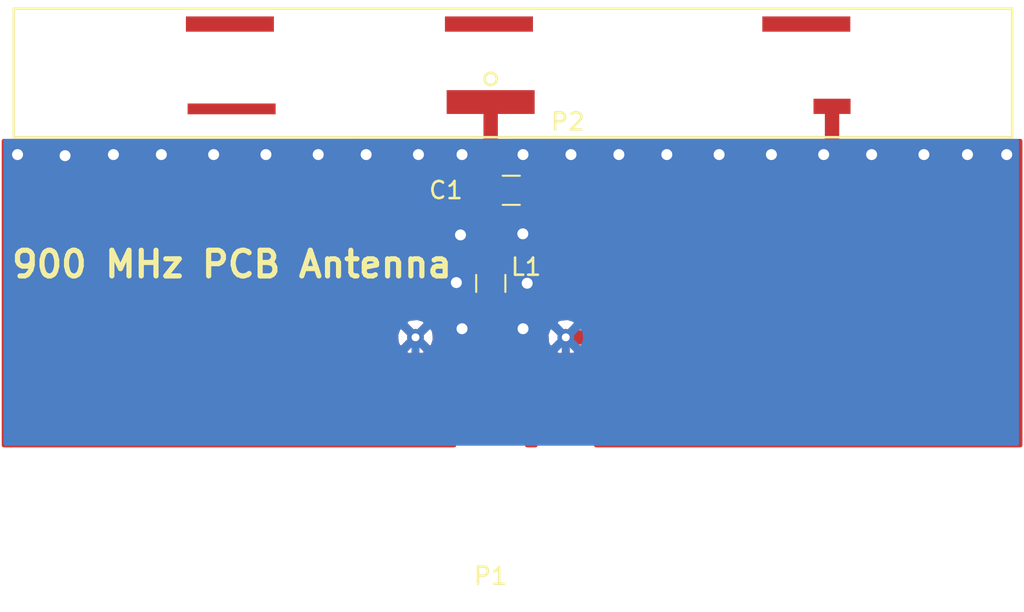
<source format=kicad_pcb>
(kicad_pcb (version 4) (host pcbnew 4.0.5)

  (general
    (links 41)
    (no_connects 1)
    (area 77.287524 96.899999 161.726476 132.815001)
    (thickness 1.6)
    (drawings 9)
    (tracks 10)
    (zones 0)
    (modules 31)
    (nets 4)
  )

  (page A4)
  (layers
    (0 F.Cu signal)
    (31 B.Cu signal)
    (32 B.Adhes user)
    (33 F.Adhes user)
    (34 B.Paste user)
    (35 F.Paste user)
    (36 B.SilkS user)
    (37 F.SilkS user)
    (38 B.Mask user)
    (39 F.Mask user)
    (40 Dwgs.User user)
    (41 Cmts.User user)
    (42 Eco1.User user)
    (43 Eco2.User user)
    (44 Edge.Cuts user)
    (45 Margin user)
    (46 B.CrtYd user)
    (47 F.CrtYd user)
    (48 B.Fab user)
    (49 F.Fab user)
  )

  (setup
    (last_trace_width 0.838)
    (trace_clearance 0.2)
    (zone_clearance 0.508)
    (zone_45_only no)
    (trace_min 0.2)
    (segment_width 0.2)
    (edge_width 0.15)
    (via_size 0.6)
    (via_drill 0.4)
    (via_min_size 0.4)
    (via_min_drill 0.3)
    (uvia_size 0.3)
    (uvia_drill 0.1)
    (uvias_allowed no)
    (uvia_min_size 0.2)
    (uvia_min_drill 0.1)
    (pcb_text_width 0.3)
    (pcb_text_size 1.5 1.5)
    (mod_edge_width 0.15)
    (mod_text_size 1 1)
    (mod_text_width 0.15)
    (pad_size 1 1)
    (pad_drill 0.64)
    (pad_to_mask_clearance 0.2)
    (aux_axis_origin 89.5 123)
    (visible_elements 7FFFFF7F)
    (pcbplotparams
      (layerselection 0x020f0_80000001)
      (usegerberextensions false)
      (excludeedgelayer true)
      (linewidth 0.100000)
      (plotframeref false)
      (viasonmask false)
      (mode 1)
      (useauxorigin true)
      (hpglpennumber 1)
      (hpglpenspeed 20)
      (hpglpendiameter 15)
      (hpglpenoverlay 2)
      (psnegative false)
      (psa4output false)
      (plotreference true)
      (plotvalue true)
      (plotinvisibletext false)
      (padsonsilk false)
      (subtractmaskfromsilk false)
      (outputformat 1)
      (mirror false)
      (drillshape 0)
      (scaleselection 1)
      (outputdirectory "C:/Users/clchrist/Documents/915 PCB Antenna/915 PCB Antenna 01/Gerber/"))
  )

  (net 0 "")
  (net 1 GND)
  (net 2 "Net-(C1-Pad1)")
  (net 3 "Net-(L1-Pad2)")

  (net_class Default "This is the default net class."
    (clearance 0.2)
    (trace_width 0.838)
    (via_dia 0.6)
    (via_drill 0.4)
    (uvia_dia 0.3)
    (uvia_drill 0.1)
    (add_net GND)
    (add_net "Net-(C1-Pad1)")
    (add_net "Net-(L1-Pad2)")
  )

  (module Misc:Via_Stitch_Dia1.00mm_Drill0.64mm (layer F.Cu) (tedit 590F9EEF) (tstamp 590FA070)
    (at 93.4466 105.9815)
    (fp_text reference REF** (at 0 0.889) (layer F.SilkS) hide
      (effects (font (size 1 1) (thickness 0.15)))
    )
    (fp_text value Via_Stitch_Dia1.00mm_Drill0.64mm (at 0 -0.889) (layer F.Fab) hide
      (effects (font (size 1 1) (thickness 0.15)))
    )
    (pad 1 thru_hole circle (at -0.254 0) (size 1 1) (drill 0.64) (layers *.Cu)
      (net 1 GND) (zone_connect 2))
  )

  (module Misc:Via_Stitch_Dia1.00mm_Drill0.64mm (layer F.Cu) (tedit 590FA0A8) (tstamp 590F982F)
    (at 120.1547 110.0074)
    (fp_text reference REF** (at 0 0.889) (layer F.SilkS) hide
      (effects (font (size 1 1) (thickness 0.15)))
    )
    (fp_text value Via_Stitch_Dia1.00mm_Drill0.64mm (at 0 -0.889) (layer F.Fab) hide
      (effects (font (size 1 1) (thickness 0.15)))
    )
    (pad 1 thru_hole circle (at -0.2794 0.5334) (size 1 1) (drill 0.64) (layers *.Cu)
      (net 1 GND) (zone_connect 2))
  )

  (module Misc:Via_Stitch_Dia1.00mm_Drill0.64mm (layer F.Cu) (tedit 590FA10F) (tstamp 590F982B)
    (at 120.1928 113.3475)
    (fp_text reference REF** (at 0 0.889) (layer F.SilkS) hide
      (effects (font (size 1 1) (thickness 0.15)))
    )
    (fp_text value Via_Stitch_Dia1.00mm_Drill0.64mm (at 0 -0.889) (layer F.Fab) hide
      (effects (font (size 1 1) (thickness 0.15)))
    )
    (pad 1 thru_hole circle (at -0.0635 0.0762) (size 1 1) (drill 0.64) (layers *.Cu)
      (net 1 GND) (zone_connect 2))
  )

  (module Misc:Via_Stitch_Dia1.00mm_Drill0.64mm (layer F.Cu) (tedit 590F9F96) (tstamp 590F9827)
    (at 120.142 116.078)
    (fp_text reference REF** (at 0 0.889) (layer F.SilkS) hide
      (effects (font (size 1 1) (thickness 0.15)))
    )
    (fp_text value Via_Stitch_Dia1.00mm_Drill0.64mm (at 0 -0.889) (layer F.Fab) hide
      (effects (font (size 1 1) (thickness 0.15)))
    )
    (pad 1 thru_hole circle (at -0.254 0) (size 1 1) (drill 0.64) (layers *.Cu)
      (net 1 GND) (zone_connect 2))
  )

  (module Misc:Via_Stitch_Dia1.00mm_Drill0.64mm (layer F.Cu) (tedit 590F9FD7) (tstamp 590F9746)
    (at 148.336 105.918)
    (fp_text reference REF** (at 0 0.889) (layer F.SilkS) hide
      (effects (font (size 1 1) (thickness 0.15)))
    )
    (fp_text value Via_Stitch_Dia1.00mm_Drill0.64mm (at 0 -0.889) (layer F.Fab) hide
      (effects (font (size 1 1) (thickness 0.15)))
    )
    (pad 1 thru_hole circle (at -0.254 0) (size 1 1) (drill 0.64) (layers *.Cu)
      (net 1 GND) (zone_connect 2))
  )

  (module Misc:Via_Stitch_Dia1.00mm_Drill0.64mm (layer F.Cu) (tedit 590F9FA8) (tstamp 590F9741)
    (at 120.142 105.918)
    (fp_text reference REF** (at 0 0.889) (layer F.SilkS) hide
      (effects (font (size 1 1) (thickness 0.15)))
    )
    (fp_text value Via_Stitch_Dia1.00mm_Drill0.64mm (at 0 -0.889) (layer F.Fab) hide
      (effects (font (size 1 1) (thickness 0.15)))
    )
    (pad 1 thru_hole circle (at -0.254 0) (size 1 1) (drill 0.64) (layers *.Cu)
      (net 1 GND) (zone_connect 2))
  )

  (module Misc:Via_Stitch_Dia1.00mm_Drill0.64mm (layer F.Cu) (tedit 590F9FAD) (tstamp 590F973D)
    (at 122.936 105.918)
    (fp_text reference REF** (at 0 0.889) (layer F.SilkS) hide
      (effects (font (size 1 1) (thickness 0.15)))
    )
    (fp_text value Via_Stitch_Dia1.00mm_Drill0.64mm (at 0 -0.889) (layer F.Fab) hide
      (effects (font (size 1 1) (thickness 0.15)))
    )
    (pad 1 thru_hole circle (at -0.254 0) (size 1 1) (drill 0.64) (layers *.Cu)
      (net 1 GND) (zone_connect 2))
  )

  (module Misc:Via_Stitch_Dia1.00mm_Drill0.64mm (layer F.Cu) (tedit 590F9FB8) (tstamp 590F9739)
    (at 128.524 105.918)
    (fp_text reference REF** (at 0 0.889) (layer F.SilkS) hide
      (effects (font (size 1 1) (thickness 0.15)))
    )
    (fp_text value Via_Stitch_Dia1.00mm_Drill0.64mm (at 0 -0.889) (layer F.Fab) hide
      (effects (font (size 1 1) (thickness 0.15)))
    )
    (pad 1 thru_hole circle (at -0.254 0) (size 1 1) (drill 0.64) (layers *.Cu)
      (net 1 GND) (zone_connect 2))
  )

  (module Misc:Via_Stitch_Dia1.00mm_Drill0.64mm (layer F.Cu) (tedit 590F9FB1) (tstamp 590F9735)
    (at 125.73 105.918)
    (fp_text reference REF** (at 0 0.889) (layer F.SilkS) hide
      (effects (font (size 1 1) (thickness 0.15)))
    )
    (fp_text value Via_Stitch_Dia1.00mm_Drill0.64mm (at 0 -0.889) (layer F.Fab) hide
      (effects (font (size 1 1) (thickness 0.15)))
    )
    (pad 1 thru_hole circle (at -0.254 0) (size 1 1) (drill 0.64) (layers *.Cu)
      (net 1 GND) (zone_connect 2))
  )

  (module Misc:Via_Stitch_Dia1.00mm_Drill0.64mm (layer F.Cu) (tedit 590F9FC5) (tstamp 590F9731)
    (at 137.668 105.918)
    (fp_text reference REF** (at 0 0.889) (layer F.SilkS) hide
      (effects (font (size 1 1) (thickness 0.15)))
    )
    (fp_text value Via_Stitch_Dia1.00mm_Drill0.64mm (at 0 -0.889) (layer F.Fab) hide
      (effects (font (size 1 1) (thickness 0.15)))
    )
    (pad 1 thru_hole circle (at -0.254 0) (size 1 1) (drill 0.64) (layers *.Cu)
      (net 1 GND) (zone_connect 2))
  )

  (module Misc:Via_Stitch_Dia1.00mm_Drill0.64mm (layer F.Cu) (tedit 590F9FC0) (tstamp 590F972D)
    (at 134.62 105.918)
    (fp_text reference REF** (at 0 0.889) (layer F.SilkS) hide
      (effects (font (size 1 1) (thickness 0.15)))
    )
    (fp_text value Via_Stitch_Dia1.00mm_Drill0.64mm (at 0 -0.889) (layer F.Fab) hide
      (effects (font (size 1 1) (thickness 0.15)))
    )
    (pad 1 thru_hole circle (at -0.254 0) (size 1 1) (drill 0.64) (layers *.Cu)
      (net 1 GND) (zone_connect 2))
  )

  (module Misc:Via_Stitch_Dia1.00mm_Drill0.64mm (layer F.Cu) (tedit 590F9FBC) (tstamp 590F9729)
    (at 131.572 105.918)
    (fp_text reference REF** (at 0 0.889) (layer F.SilkS) hide
      (effects (font (size 1 1) (thickness 0.15)))
    )
    (fp_text value Via_Stitch_Dia1.00mm_Drill0.64mm (at 0 -0.889) (layer F.Fab) hide
      (effects (font (size 1 1) (thickness 0.15)))
    )
    (pad 1 thru_hole circle (at -0.254 0) (size 1 1) (drill 0.64) (layers *.Cu)
      (net 1 GND) (zone_connect 2))
  )

  (module Misc:Via_Stitch_Dia1.00mm_Drill0.64mm (layer F.Cu) (tedit 590F9FC9) (tstamp 590F9725)
    (at 140.462 105.918)
    (fp_text reference REF** (at 0 0.889) (layer F.SilkS) hide
      (effects (font (size 1 1) (thickness 0.15)))
    )
    (fp_text value Via_Stitch_Dia1.00mm_Drill0.64mm (at 0 -0.889) (layer F.Fab) hide
      (effects (font (size 1 1) (thickness 0.15)))
    )
    (pad 1 thru_hole circle (at -0.254 0) (size 1 1) (drill 0.64) (layers *.Cu)
      (net 1 GND) (zone_connect 2))
  )

  (module Misc:Via_Stitch_Dia1.00mm_Drill0.64mm (layer F.Cu) (tedit 590F9FD0) (tstamp 590F9721)
    (at 146.05 105.918)
    (fp_text reference REF** (at 0 0.889) (layer F.SilkS) hide
      (effects (font (size 1 1) (thickness 0.15)))
    )
    (fp_text value Via_Stitch_Dia1.00mm_Drill0.64mm (at 0 -0.889) (layer F.Fab) hide
      (effects (font (size 1 1) (thickness 0.15)))
    )
    (pad 1 thru_hole circle (at -0.254 0) (size 1 1) (drill 0.64) (layers *.Cu)
      (net 1 GND) (zone_connect 2))
  )

  (module Misc:Via_Stitch_Dia1.00mm_Drill0.64mm (layer F.Cu) (tedit 590F9FCC) (tstamp 590F971D)
    (at 143.51 105.918)
    (fp_text reference REF** (at 0 0.889) (layer F.SilkS) hide
      (effects (font (size 1 1) (thickness 0.15)))
    )
    (fp_text value Via_Stitch_Dia1.00mm_Drill0.64mm (at 0 -0.889) (layer F.Fab) hide
      (effects (font (size 1 1) (thickness 0.15)))
    )
    (pad 1 thru_hole circle (at -0.254 0) (size 1 1) (drill 0.64) (layers *.Cu)
      (net 1 GND) (zone_connect 2))
  )

  (module Misc:Via_Stitch_Dia1.00mm_Drill0.64mm (layer F.Cu) (tedit 590F9F66) (tstamp 590F9640)
    (at 114.046 105.918)
    (fp_text reference REF** (at 0 0.889) (layer F.SilkS) hide
      (effects (font (size 1 1) (thickness 0.15)))
    )
    (fp_text value Via_Stitch_Dia1.00mm_Drill0.64mm (at 0 -0.889) (layer F.Fab) hide
      (effects (font (size 1 1) (thickness 0.15)))
    )
    (pad 1 thru_hole circle (at -0.254 0) (size 1 1) (drill 0.64) (layers *.Cu)
      (net 1 GND) (zone_connect 2))
  )

  (module Misc:Via_Stitch_Dia1.00mm_Drill0.64mm (layer F.Cu) (tedit 590F9F8D) (tstamp 590F940C)
    (at 116.586 116.078)
    (fp_text reference REF** (at 0 0.889) (layer F.SilkS) hide
      (effects (font (size 1 1) (thickness 0.15)))
    )
    (fp_text value Via_Stitch_Dia1.00mm_Drill0.64mm (at 0 -0.889) (layer F.Fab) hide
      (effects (font (size 1 1) (thickness 0.15)))
    )
    (pad 1 thru_hole circle (at -0.254 0) (size 1 1) (drill 0.64) (layers *.Cu)
      (net 1 GND) (zone_connect 2))
  )

  (module Misc:Via_Stitch_Dia1.00mm_Drill0.64mm (layer F.Cu) (tedit 590F9F80) (tstamp 590F93FF)
    (at 116.2558 113.3856)
    (fp_text reference REF** (at 0 0.889) (layer F.SilkS) hide
      (effects (font (size 1 1) (thickness 0.15)))
    )
    (fp_text value Via_Stitch_Dia1.00mm_Drill0.64mm (at 0 -0.889) (layer F.Fab) hide
      (effects (font (size 1 1) (thickness 0.15)))
    )
    (pad 1 thru_hole circle (at -0.254 0) (size 1 1) (drill 0.64) (layers *.Cu)
      (net 1 GND) (zone_connect 2))
  )

  (module Misc:Via_Stitch_Dia1.00mm_Drill0.64mm (layer F.Cu) (tedit 590F9F79) (tstamp 590F93F5)
    (at 116.4971 110.6043)
    (fp_text reference REF** (at 0 0.889) (layer F.SilkS) hide
      (effects (font (size 1 1) (thickness 0.15)))
    )
    (fp_text value Via_Stitch_Dia1.00mm_Drill0.64mm (at 0 -0.889) (layer F.Fab) hide
      (effects (font (size 1 1) (thickness 0.15)))
    )
    (pad 1 thru_hole circle (at -0.254 0) (size 1 1) (drill 0.64) (layers *.Cu)
      (net 1 GND) (zone_connect 2))
  )

  (module Misc:Via_Stitch_Dia1.00mm_Drill0.64mm (layer F.Cu) (tedit 590F9F6D) (tstamp 590F93E4)
    (at 116.586 105.918)
    (fp_text reference REF** (at 0 0.889) (layer F.SilkS) hide
      (effects (font (size 1 1) (thickness 0.15)))
    )
    (fp_text value Via_Stitch_Dia1.00mm_Drill0.64mm (at 0 -0.889) (layer F.Fab) hide
      (effects (font (size 1 1) (thickness 0.15)))
    )
    (pad 1 thru_hole circle (at -0.254 0) (size 1 1) (drill 0.64) (layers *.Cu)
      (net 1 GND) (zone_connect 2))
  )

  (module Misc:Via_Stitch_Dia1.00mm_Drill0.64mm (layer F.Cu) (tedit 590F9F60) (tstamp 590F93E0)
    (at 110.998 105.918)
    (fp_text reference REF** (at 0 0.889) (layer F.SilkS) hide
      (effects (font (size 1 1) (thickness 0.15)))
    )
    (fp_text value Via_Stitch_Dia1.00mm_Drill0.64mm (at 0 -0.889) (layer F.Fab) hide
      (effects (font (size 1 1) (thickness 0.15)))
    )
    (pad 1 thru_hole circle (at -0.254 0) (size 1 1) (drill 0.64) (layers *.Cu)
      (net 1 GND) (zone_connect 2))
  )

  (module Misc:Via_Stitch_Dia1.00mm_Drill0.64mm (layer F.Cu) (tedit 590F9F4A) (tstamp 590F93D8)
    (at 102.108 105.918)
    (fp_text reference REF** (at 0 0.889) (layer F.SilkS) hide
      (effects (font (size 1 1) (thickness 0.15)))
    )
    (fp_text value Via_Stitch_Dia1.00mm_Drill0.64mm (at 0 -0.889) (layer F.Fab) hide
      (effects (font (size 1 1) (thickness 0.15)))
    )
    (pad 1 thru_hole circle (at -0.254 0) (size 1 1) (drill 0.64) (layers *.Cu)
      (net 1 GND) (zone_connect 2))
  )

  (module Misc:Via_Stitch_Dia1.00mm_Drill0.64mm (layer F.Cu) (tedit 590F9F52) (tstamp 590F93D4)
    (at 105.156 105.918)
    (fp_text reference REF** (at 0 0.889) (layer F.SilkS) hide
      (effects (font (size 1 1) (thickness 0.15)))
    )
    (fp_text value Via_Stitch_Dia1.00mm_Drill0.64mm (at 0 -0.889) (layer F.Fab) hide
      (effects (font (size 1 1) (thickness 0.15)))
    )
    (pad 1 thru_hole circle (at -0.254 0) (size 1 1) (drill 0.64) (layers *.Cu)
      (net 1 GND) (zone_connect 2))
  )

  (module Misc:Via_Stitch_Dia1.00mm_Drill0.64mm (layer F.Cu) (tedit 590F9F59) (tstamp 590F93CC)
    (at 108.204 105.918)
    (fp_text reference REF** (at 0 0.889) (layer F.SilkS) hide
      (effects (font (size 1 1) (thickness 0.15)))
    )
    (fp_text value Via_Stitch_Dia1.00mm_Drill0.64mm (at 0 -0.889) (layer F.Fab) hide
      (effects (font (size 1 1) (thickness 0.15)))
    )
    (pad 1 thru_hole circle (at -0.254 0) (size 1 1) (drill 0.64) (layers *.Cu)
      (net 1 GND) (zone_connect 2))
  )

  (module Misc:Via_Stitch_Dia1.00mm_Drill0.64mm (layer F.Cu) (tedit 590F9F3E) (tstamp 590F93C0)
    (at 96.266 105.918)
    (fp_text reference REF** (at 0 0.889) (layer F.SilkS) hide
      (effects (font (size 1 1) (thickness 0.15)))
    )
    (fp_text value Via_Stitch_Dia1.00mm_Drill0.64mm (at 0 -0.889) (layer F.Fab) hide
      (effects (font (size 1 1) (thickness 0.15)))
    )
    (pad 1 thru_hole circle (at -0.254 0) (size 1 1) (drill 0.64) (layers *.Cu)
      (net 1 GND) (zone_connect 2))
  )

  (module Misc:Via_Stitch_Dia1.00mm_Drill0.64mm (layer F.Cu) (tedit 590F9F44) (tstamp 590F93BC)
    (at 99.06 105.918)
    (fp_text reference REF** (at 0 0.889) (layer F.SilkS) hide
      (effects (font (size 1 1) (thickness 0.15)))
    )
    (fp_text value Via_Stitch_Dia1.00mm_Drill0.64mm (at 0 -0.889) (layer F.Fab) hide
      (effects (font (size 1 1) (thickness 0.15)))
    )
    (pad 1 thru_hole circle (at -0.254 0) (size 1 1) (drill 0.64) (layers *.Cu)
      (net 1 GND) (zone_connect 2))
  )

  (module Connectors_Molex:Molex_SMA_Jack_Edge_Mount (layer F.Cu) (tedit 590F9E32) (tstamp 58C1AD9D)
    (at 118 118.3 90)
    (descr "Molex SMA Jack, Edge Mount, http://www.molex.com/pdm_docs/sd/732511150_sd.pdf")
    (tags "sma edge")
    (path /58C174BE)
    (attr smd)
    (fp_text reference P1 (at -12.2 0 180) (layer F.SilkS)
      (effects (font (size 1 1) (thickness 0.15)))
    )
    (fp_text value CONN_01X02 (at -9.7 0 180) (layer F.Fab) hide
      (effects (font (size 1 1) (thickness 0.15)))
    )
    (fp_line (start -4.76 -0.38) (end 0.49 -0.38) (layer F.Fab) (width 0.1))
    (fp_line (start -4.76 0.38) (end 0.49 0.38) (layer F.Fab) (width 0.1))
    (fp_line (start 0.49 -0.38) (end 0.49 0.38) (layer F.Fab) (width 0.1))
    (fp_line (start 0.49 3.75) (end 0.49 4.76) (layer F.Fab) (width 0.1))
    (fp_line (start 0.49 -4.76) (end 0.49 -3.75) (layer F.Fab) (width 0.1))
    (fp_line (start -14.29 -6.09) (end -14.29 6.09) (layer F.CrtYd) (width 0.05))
    (fp_line (start -14.29 6.09) (end 2.71 6.09) (layer F.CrtYd) (width 0.05))
    (fp_line (start 2.71 -6.09) (end 2.71 6.09) (layer B.CrtYd) (width 0.05))
    (fp_line (start -14.29 -6.09) (end 2.71 -6.09) (layer B.CrtYd) (width 0.05))
    (fp_line (start -14.29 -6.09) (end -14.29 6.09) (layer B.CrtYd) (width 0.05))
    (fp_line (start -14.29 6.09) (end 2.71 6.09) (layer B.CrtYd) (width 0.05))
    (fp_line (start 2.71 -6.09) (end 2.71 6.09) (layer F.CrtYd) (width 0.05))
    (fp_line (start 2.71 -6.09) (end -14.29 -6.09) (layer F.CrtYd) (width 0.05))
    (fp_line (start -4.76 -3.75) (end 0.49 -3.75) (layer F.Fab) (width 0.1))
    (fp_line (start -4.76 3.75) (end 0.49 3.75) (layer F.Fab) (width 0.1))
    (fp_line (start -13.79 -2.65) (end -5.91 -2.65) (layer F.Fab) (width 0.1))
    (fp_line (start -13.79 -2.65) (end -13.79 2.65) (layer F.Fab) (width 0.1))
    (fp_line (start -13.79 2.65) (end -5.91 2.65) (layer F.Fab) (width 0.1))
    (fp_line (start -4.76 -3.75) (end -4.76 3.75) (layer F.Fab) (width 0.1))
    (fp_line (start 0.49 -4.76) (end -5.91 -4.76) (layer F.Fab) (width 0.1))
    (fp_line (start -5.91 -4.76) (end -5.91 4.76) (layer F.Fab) (width 0.1))
    (fp_line (start -5.91 4.76) (end 0.49 4.76) (layer F.Fab) (width 0.1))
    (pad 1 smd rect (at -1.72 0 90) (size 5.08 2.29) (layers F.Cu F.Paste F.Mask)
      (net 3 "Net-(L1-Pad2)"))
    (pad 2 smd rect (at -1.72 -4.38 90) (size 5.08 2.42) (layers F.Cu F.Paste F.Mask)
      (net 1 GND))
    (pad 2 smd rect (at -1.72 4.38 90) (size 5.08 2.42) (layers F.Cu F.Paste F.Mask)
      (net 1 GND))
    (pad 2 smd rect (at -1.72 -4.38 90) (size 5.08 2.42) (layers B.Cu B.Paste B.Mask)
      (net 1 GND))
    (pad 2 smd rect (at -1.72 4.38 90) (size 5.08 2.42) (layers B.Cu B.Paste B.Mask)
      (net 1 GND))
    (pad 2 thru_hole circle (at 1.72 -4.38 90) (size 0.97 0.97) (drill 0.46) (layers *.Cu)
      (net 1 GND))
    (pad 2 thru_hole circle (at 1.72 4.38 90) (size 0.97 0.97) (drill 0.46) (layers *.Cu)
      (net 1 GND))
    (pad 2 smd rect (at 1.27 -4.38 90) (size 0.9 0.46) (layers F.Cu)
      (net 1 GND))
    (pad 2 smd rect (at 1.27 4.38 90) (size 0.9 0.46) (layers F.Cu)
      (net 1 GND))
    (pad 2 smd rect (at 1.27 -4.38 90) (size 0.9 0.46) (layers B.Cu)
      (net 1 GND))
    (pad 2 smd rect (at 1.27 4.38 90) (size 0.9 0.46) (layers B.Cu)
      (net 1 GND))
  )

  (module "915:915 PCB Antenna 01" (layer F.Cu) (tedit 58C1BBF9) (tstamp 58C1ADB1)
    (at 148.5011 105.0036)
    (path /58C199E4)
    (fp_text reference P2 (at -26.0011 -1.0036) (layer F.SilkS)
      (effects (font (size 1 1) (thickness 0.15)))
    )
    (fp_text value CONN_01X02 (at -30.5011 -5.0036) (layer F.Fab) hide
      (effects (font (size 1 1) (thickness 0.15)))
    )
    (fp_circle (center -30.5 -3.5) (end -30.3 -3.2) (layer F.SilkS) (width 0.15))
    (fp_line (start -58.3 -1) (end -58.3 -0.6) (layer F.SilkS) (width 0.15))
    (fp_line (start -0.1 -1) (end -0.1 -0.1) (layer F.SilkS) (width 0.15))
    (fp_line (start -58.3 -0.9) (end -58.3 -0.1) (layer F.SilkS) (width 0.15))
    (fp_line (start -58.3 -0.1) (end -38.2 -0.1) (layer F.SilkS) (width 0.15))
    (fp_line (start -38.3 -7.6) (end -58.3 -7.6) (layer F.SilkS) (width 0.15))
    (fp_line (start -58.3 -7.6) (end -58.3 -1) (layer F.SilkS) (width 0.15))
    (fp_line (start -38.3 -0.1) (end -0.1 -0.1) (layer F.SilkS) (width 0.15))
    (fp_line (start -0.1 -1) (end -0.1 -7.6) (layer F.SilkS) (width 0.15))
    (fp_line (start -0.1 -7.6) (end -38.3 -7.6) (layer F.SilkS) (width 0.15))
    (pad 5 smd rect (at -30.6 -6.7) (size 5.13 0.89) (layers F.Cu F.Paste F.Mask))
    (pad 2 smd rect (at -10.6 -1.9) (size 2.16 0.89) (layers F.Cu F.Paste F.Mask)
      (net 1 GND))
    (pad 1 smd rect (at -30.5 -2.15) (size 5.13 1.39) (layers F.Cu F.Paste F.Mask)
      (net 2 "Net-(C1-Pad1)"))
    (pad 3 smd rect (at -45.6 -1.75) (size 5.13 0.63) (layers F.Cu F.Paste F.Mask))
    (pad 6 smd rect (at -12.1 -6.7) (size 5.13 0.89) (layers F.Cu F.Paste F.Mask))
    (pad 4 smd rect (at -45.7 -6.7) (size 5.13 0.89) (layers F.Cu F.Paste F.Mask))
  )

  (module Misc:Via_Stitch_Dia1.00mm_Drill0.64mm (layer F.Cu) (tedit 590F9EEF) (tstamp 590F9350)
    (at 90.678 105.918)
    (fp_text reference REF** (at 0 0.889) (layer F.SilkS) hide
      (effects (font (size 1 1) (thickness 0.15)))
    )
    (fp_text value Via_Stitch_Dia1.00mm_Drill0.64mm (at 0 -0.889) (layer F.Fab) hide
      (effects (font (size 1 1) (thickness 0.15)))
    )
    (pad 1 thru_hole circle (at -0.254 0) (size 1 1) (drill 0.64) (layers *.Cu)
      (net 1 GND) (zone_connect 2))
  )

  (module Capacitors_SMD:C_0805_HandSoldering (layer F.Cu) (tedit 590F9C17) (tstamp 590F9A90)
    (at 119.2022 108.0008)
    (descr "Capacitor SMD 0805, hand soldering")
    (tags "capacitor 0805")
    (path /590F9A4D)
    (attr smd)
    (fp_text reference C1 (at -3.81 0) (layer F.SilkS)
      (effects (font (size 1 1) (thickness 0.15)))
    )
    (fp_text value 13pF (at 3.81 0.254) (layer F.Fab) hide
      (effects (font (size 1 1) (thickness 0.15)))
    )
    (fp_text user %R (at -3.7338 0.0254) (layer F.Fab)
      (effects (font (size 1 1) (thickness 0.15)))
    )
    (fp_line (start -1 0.62) (end -1 -0.62) (layer F.Fab) (width 0.1))
    (fp_line (start 1 0.62) (end -1 0.62) (layer F.Fab) (width 0.1))
    (fp_line (start 1 -0.62) (end 1 0.62) (layer F.Fab) (width 0.1))
    (fp_line (start -1 -0.62) (end 1 -0.62) (layer F.Fab) (width 0.1))
    (fp_line (start 0.5 -0.85) (end -0.5 -0.85) (layer F.SilkS) (width 0.12))
    (fp_line (start -0.5 0.85) (end 0.5 0.85) (layer F.SilkS) (width 0.12))
    (fp_line (start -2.25 -0.88) (end 2.25 -0.88) (layer F.CrtYd) (width 0.05))
    (fp_line (start -2.25 -0.88) (end -2.25 0.87) (layer F.CrtYd) (width 0.05))
    (fp_line (start 2.25 0.87) (end 2.25 -0.88) (layer F.CrtYd) (width 0.05))
    (fp_line (start 2.25 0.87) (end -2.25 0.87) (layer F.CrtYd) (width 0.05))
    (pad 1 smd rect (at -1.25 0) (size 1.5 1.25) (layers F.Cu F.Paste F.Mask)
      (net 2 "Net-(C1-Pad1)"))
    (pad 2 smd rect (at 1.25 0) (size 1.5 1.25) (layers F.Cu F.Paste F.Mask)
      (net 1 GND))
    (model Capacitors_SMD.3dshapes/C_0805.wrl
      (at (xyz 0 0 0))
      (scale (xyz 1 1 1))
      (rotate (xyz 0 0 0))
    )
  )

  (module Capacitors_SMD:C_0805_HandSoldering (layer F.Cu) (tedit 590FA09F) (tstamp 590F9AA1)
    (at 118.0084 113.4364 270)
    (descr "Capacitor SMD 0805, hand soldering")
    (tags "capacitor 0805")
    (path /590F9ABC)
    (attr smd)
    (fp_text reference L1 (at -0.9652 -2.0574 360) (layer F.SilkS)
      (effects (font (size 1 1) (thickness 0.15)))
    )
    (fp_text value 7.5nH (at -0.762 3.556 360) (layer F.Fab) hide
      (effects (font (size 1 1) (thickness 0.15)))
    )
    (fp_text user %R (at -0.889 -3.5814 360) (layer F.Fab)
      (effects (font (size 1 1) (thickness 0.15)))
    )
    (fp_line (start -1 0.62) (end -1 -0.62) (layer F.Fab) (width 0.1))
    (fp_line (start 1 0.62) (end -1 0.62) (layer F.Fab) (width 0.1))
    (fp_line (start 1 -0.62) (end 1 0.62) (layer F.Fab) (width 0.1))
    (fp_line (start -1 -0.62) (end 1 -0.62) (layer F.Fab) (width 0.1))
    (fp_line (start 0.5 -0.85) (end -0.5 -0.85) (layer F.SilkS) (width 0.12))
    (fp_line (start -0.5 0.85) (end 0.5 0.85) (layer F.SilkS) (width 0.12))
    (fp_line (start -2.25 -0.88) (end 2.25 -0.88) (layer F.CrtYd) (width 0.05))
    (fp_line (start -2.25 -0.88) (end -2.25 0.87) (layer F.CrtYd) (width 0.05))
    (fp_line (start 2.25 0.87) (end 2.25 -0.88) (layer F.CrtYd) (width 0.05))
    (fp_line (start 2.25 0.87) (end -2.25 0.87) (layer F.CrtYd) (width 0.05))
    (pad 1 smd rect (at -1.25 0 270) (size 1.5 1.25) (layers F.Cu F.Paste F.Mask)
      (net 2 "Net-(C1-Pad1)"))
    (pad 2 smd rect (at 1.25 0 270) (size 1.5 1.25) (layers F.Cu F.Paste F.Mask)
      (net 3 "Net-(L1-Pad2)"))
    (model Capacitors_SMD.3dshapes/C_0805.wrl
      (at (xyz 0 0 0))
      (scale (xyz 1 1 1))
      (rotate (xyz 0 0 0))
    )
  )

  (gr_text "900 MHz PCB Antenna" (at 102.9208 112.3188) (layer F.SilkS)
    (effects (font (size 1.5 1.5) (thickness 0.3)))
  )
  (gr_line (start 90 123) (end 89.5 123) (angle 90) (layer Margin) (width 0.2))
  (gr_line (start 90 97) (end 89.5 97) (angle 90) (layer Margin) (width 0.2))
  (gr_line (start 89.5 122) (end 89.5 123) (angle 90) (layer Margin) (width 0.2))
  (gr_line (start 149 122) (end 149 123) (angle 90) (layer Margin) (width 0.2))
  (gr_line (start 90 97) (end 149 97) (angle 90) (layer Margin) (width 0.2))
  (gr_line (start 89.5 122) (end 89.5 97) (angle 90) (layer Margin) (width 0.2))
  (gr_line (start 149 123) (end 90 123) (angle 90) (layer Margin) (width 0.2))
  (gr_line (start 149 97) (end 149 122) (angle 90) (layer Margin) (width 0.2))

  (segment (start 137.02 116.58) (end 122.38 116.58) (width 0.838) (layer F.Cu) (net 1) (tstamp 58C2F818))
  (segment (start 137.9011 115.6989) (end 137.02 116.58) (width 0.838) (layer F.Cu) (net 1) (tstamp 58C2F812))
  (segment (start 137.9011 103.1036) (end 137.9011 115.6989) (width 0.838) (layer F.Cu) (net 1))
  (segment (start 118.0011 102.8536) (end 118.0011 107.0337) (width 0.838) (layer F.Cu) (net 2))
  (segment (start 118.0011 107.0337) (end 118.003 107.0356) (width 0.838) (layer F.Cu) (net 2) (tstamp 590F9B77))
  (segment (start 118.003 107.0356) (end 118.003 112.181) (width 0.838) (layer F.Cu) (net 2) (tstamp 590F9B78))
  (segment (start 118.003 112.181) (end 118.0084 112.1864) (width 0.838) (layer F.Cu) (net 2) (tstamp 590F9B79))
  (segment (start 118.0084 114.6864) (end 118.0084 120.0116) (width 0.838) (layer F.Cu) (net 3))
  (segment (start 118.0084 120.0116) (end 118 120.02) (width 0.838) (layer F.Cu) (net 3) (tstamp 590F9B81))
  (segment (start 118.0011 120.0189) (end 118 120.02) (width 0.838) (layer F.Cu) (net 3) (tstamp 58C1BB8F))

  (zone (net 1) (net_name GND) (layer F.Cu) (tstamp 58C1BCFA) (hatch edge 0.508)
    (connect_pads (clearance 0.508))
    (min_thickness 0.254)
    (fill yes (arc_segments 16) (thermal_gap 0.508) (thermal_bridge_width 0.508))
    (polygon
      (pts
        (xy 149 123) (xy 120 123) (xy 120 116.8) (xy 119 116.8) (xy 119 105)
        (xy 149 105)
      )
    )
    (filled_polygon
      (pts
        (xy 148.873 122.873) (xy 124.14767 122.873) (xy 124.225 122.686309) (xy 124.225 120.30575) (xy 124.06625 120.147)
        (xy 122.507 120.147) (xy 122.507 120.167) (xy 122.253 120.167) (xy 122.253 120.147) (xy 120.69375 120.147)
        (xy 120.535 120.30575) (xy 120.535 122.686309) (xy 120.61233 122.873) (xy 120.127 122.873) (xy 120.127 117.353691)
        (xy 120.535 117.353691) (xy 120.535 119.73425) (xy 120.69375 119.893) (xy 122.253 119.893) (xy 122.253 119.873)
        (xy 122.507 119.873) (xy 122.507 119.893) (xy 124.06625 119.893) (xy 124.225 119.73425) (xy 124.225 117.353691)
        (xy 124.128327 117.120302) (xy 123.949699 116.941673) (xy 123.71631 116.845) (xy 123.472129 116.845) (xy 123.513149 116.721436)
        (xy 123.481018 116.277032) (xy 123.372768 116.015692) (xy 123.1592 115.980405) (xy 123.033815 116.10579) (xy 122.969699 116.041673)
        (xy 122.806374 115.974021) (xy 122.979595 115.8008) (xy 122.944308 115.587232) (xy 122.521436 115.446851) (xy 122.077032 115.478982)
        (xy 121.815692 115.587232) (xy 121.780405 115.8008) (xy 121.953626 115.974021) (xy 121.790301 116.041673) (xy 121.726185 116.10579)
        (xy 121.6008 115.980405) (xy 121.387232 116.015692) (xy 121.246851 116.438564) (xy 121.276237 116.845) (xy 121.04369 116.845)
        (xy 120.810301 116.941673) (xy 120.631673 117.120302) (xy 120.535 117.353691) (xy 120.127 117.353691) (xy 120.127 116.8)
        (xy 120.116994 116.75059) (xy 120.088553 116.708965) (xy 120.046159 116.681685) (xy 120 116.673) (xy 119.127 116.673)
        (xy 119.127 115.838788) (xy 119.229831 115.68829) (xy 119.28084 115.4364) (xy 119.28084 113.9364) (xy 119.236562 113.701083)
        (xy 119.127 113.530819) (xy 119.127 113.338788) (xy 119.229831 113.18829) (xy 119.28084 112.9364) (xy 119.28084 111.4364)
        (xy 119.236562 111.201083) (xy 119.127 111.030819) (xy 119.127 109.107033) (xy 119.153641 109.08989) (xy 119.200169 109.021794)
        (xy 119.342502 109.164127) (xy 119.575891 109.2608) (xy 120.16645 109.2608) (xy 120.3252 109.10205) (xy 120.3252 108.1278)
        (xy 120.5792 108.1278) (xy 120.5792 109.10205) (xy 120.73795 109.2608) (xy 121.328509 109.2608) (xy 121.561898 109.164127)
        (xy 121.740527 108.985499) (xy 121.8372 108.75211) (xy 121.8372 108.28655) (xy 121.67845 108.1278) (xy 120.5792 108.1278)
        (xy 120.3252 108.1278) (xy 120.3052 108.1278) (xy 120.3052 107.8738) (xy 120.3252 107.8738) (xy 120.3252 106.89955)
        (xy 120.5792 106.89955) (xy 120.5792 107.8738) (xy 121.67845 107.8738) (xy 121.8372 107.71505) (xy 121.8372 107.24949)
        (xy 121.740527 107.016101) (xy 121.561898 106.837473) (xy 121.328509 106.7408) (xy 120.73795 106.7408) (xy 120.5792 106.89955)
        (xy 120.3252 106.89955) (xy 120.16645 106.7408) (xy 119.575891 106.7408) (xy 119.342502 106.837473) (xy 119.201264 106.97871)
        (xy 119.16629 106.924359) (xy 119.127 106.897513) (xy 119.127 105.127) (xy 148.873 105.127)
      )
    )
  )
  (zone (net 1) (net_name GND) (layer F.Cu) (tstamp 58C1BD17) (hatch edge 0.508)
    (connect_pads thru_hole_only (clearance 0.508))
    (min_thickness 0.254)
    (fill yes (arc_segments 16) (thermal_gap 0.508) (thermal_bridge_width 0.508))
    (polygon
      (pts
        (xy 117 116.8) (xy 116 116.8) (xy 116 123) (xy 89.5 123) (xy 89.5 105)
        (xy 117 105)
      )
    )
    (filled_polygon
      (pts
        (xy 116.873 106.83305) (xy 116.750759 106.91171) (xy 116.605769 107.12391) (xy 116.55476 107.3758) (xy 116.55476 108.6258)
        (xy 116.599038 108.861117) (xy 116.73811 109.077241) (xy 116.873 109.169407) (xy 116.873 111.058599) (xy 116.786969 111.18451)
        (xy 116.73596 111.4364) (xy 116.73596 112.9364) (xy 116.780238 113.171717) (xy 116.873 113.315873) (xy 116.873 113.558599)
        (xy 116.786969 113.68451) (xy 116.73596 113.9364) (xy 116.73596 115.4364) (xy 116.780238 115.671717) (xy 116.873 115.815873)
        (xy 116.873 116.673) (xy 116 116.673) (xy 115.95059 116.683006) (xy 115.908965 116.711447) (xy 115.881685 116.753841)
        (xy 115.873 116.8) (xy 115.873 122.873) (xy 89.627 122.873) (xy 89.627 117.3592) (xy 113.020405 117.3592)
        (xy 113.055692 117.572768) (xy 113.478564 117.713149) (xy 113.922968 117.681018) (xy 114.184308 117.572768) (xy 114.219595 117.3592)
        (xy 113.62 116.759605) (xy 113.020405 117.3592) (xy 89.627 117.3592) (xy 89.627 116.438564) (xy 112.486851 116.438564)
        (xy 112.518982 116.882968) (xy 112.627232 117.144308) (xy 112.8408 117.179595) (xy 113.440395 116.58) (xy 113.799605 116.58)
        (xy 114.3992 117.179595) (xy 114.612768 117.144308) (xy 114.753149 116.721436) (xy 114.721018 116.277032) (xy 114.612768 116.015692)
        (xy 114.3992 115.980405) (xy 113.799605 116.58) (xy 113.440395 116.58) (xy 112.8408 115.980405) (xy 112.627232 116.015692)
        (xy 112.486851 116.438564) (xy 89.627 116.438564) (xy 89.627 115.8008) (xy 113.020405 115.8008) (xy 113.62 116.400395)
        (xy 114.219595 115.8008) (xy 114.184308 115.587232) (xy 113.761436 115.446851) (xy 113.317032 115.478982) (xy 113.055692 115.587232)
        (xy 113.020405 115.8008) (xy 89.627 115.8008) (xy 89.627 105.127) (xy 116.873 105.127)
      )
    )
  )
  (zone (net 1) (net_name GND) (layer B.Cu) (tstamp 58C33BBD) (hatch edge 0.508)
    (connect_pads thru_hole_only (clearance 0.508))
    (min_thickness 0.254)
    (fill yes (arc_segments 16) (thermal_gap 0.508) (thermal_bridge_width 0.508))
    (polygon
      (pts
        (xy 148.8 122.9) (xy 89.6 122.9) (xy 89.6 105) (xy 148.8 105)
      )
    )
    (filled_polygon
      (pts
        (xy 148.673 122.773) (xy 89.727 122.773) (xy 89.727 117.3592) (xy 113.020405 117.3592) (xy 113.055692 117.572768)
        (xy 113.478564 117.713149) (xy 113.922968 117.681018) (xy 114.184308 117.572768) (xy 114.219595 117.3592) (xy 121.780405 117.3592)
        (xy 121.815692 117.572768) (xy 122.238564 117.713149) (xy 122.682968 117.681018) (xy 122.944308 117.572768) (xy 122.979595 117.3592)
        (xy 122.38 116.759605) (xy 121.780405 117.3592) (xy 114.219595 117.3592) (xy 113.62 116.759605) (xy 113.020405 117.3592)
        (xy 89.727 117.3592) (xy 89.727 116.438564) (xy 112.486851 116.438564) (xy 112.518982 116.882968) (xy 112.627232 117.144308)
        (xy 112.8408 117.179595) (xy 113.440395 116.58) (xy 113.799605 116.58) (xy 114.3992 117.179595) (xy 114.612768 117.144308)
        (xy 114.753149 116.721436) (xy 114.732697 116.438564) (xy 121.246851 116.438564) (xy 121.278982 116.882968) (xy 121.387232 117.144308)
        (xy 121.6008 117.179595) (xy 122.200395 116.58) (xy 122.559605 116.58) (xy 123.1592 117.179595) (xy 123.372768 117.144308)
        (xy 123.513149 116.721436) (xy 123.481018 116.277032) (xy 123.372768 116.015692) (xy 123.1592 115.980405) (xy 122.559605 116.58)
        (xy 122.200395 116.58) (xy 121.6008 115.980405) (xy 121.387232 116.015692) (xy 121.246851 116.438564) (xy 114.732697 116.438564)
        (xy 114.721018 116.277032) (xy 114.612768 116.015692) (xy 114.3992 115.980405) (xy 113.799605 116.58) (xy 113.440395 116.58)
        (xy 112.8408 115.980405) (xy 112.627232 116.015692) (xy 112.486851 116.438564) (xy 89.727 116.438564) (xy 89.727 115.8008)
        (xy 113.020405 115.8008) (xy 113.62 116.400395) (xy 114.219595 115.8008) (xy 121.780405 115.8008) (xy 122.38 116.400395)
        (xy 122.979595 115.8008) (xy 122.944308 115.587232) (xy 122.521436 115.446851) (xy 122.077032 115.478982) (xy 121.815692 115.587232)
        (xy 121.780405 115.8008) (xy 114.219595 115.8008) (xy 114.184308 115.587232) (xy 113.761436 115.446851) (xy 113.317032 115.478982)
        (xy 113.055692 115.587232) (xy 113.020405 115.8008) (xy 89.727 115.8008) (xy 89.727 105.127) (xy 148.673 105.127)
      )
    )
  )
)

</source>
